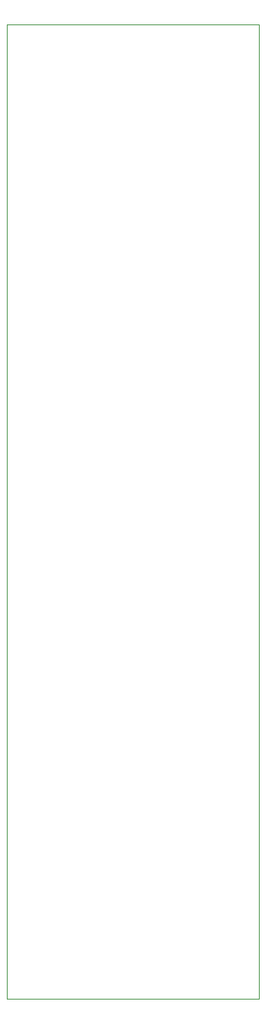
<source format=gbr>
G04 #@! TF.GenerationSoftware,KiCad,Pcbnew,(5.1.6-0-10_14)*
G04 #@! TF.CreationDate,2020-07-27T13:54:38+02:00*
G04 #@! TF.ProjectId,HelloWorld-noPanel,48656c6c-6f57-46f7-926c-642d6e6f5061,rev?*
G04 #@! TF.SameCoordinates,Original*
G04 #@! TF.FileFunction,Profile,NP*
%FSLAX46Y46*%
G04 Gerber Fmt 4.6, Leading zero omitted, Abs format (unit mm)*
G04 Created by KiCad (PCBNEW (5.1.6-0-10_14)) date 2020-07-27 13:54:38*
%MOMM*%
%LPD*%
G01*
G04 APERTURE LIST*
G04 #@! TA.AperFunction,Profile*
%ADD10C,0.100000*%
G04 #@! TD*
G04 APERTURE END LIST*
D10*
X98000000Y-128000000D02*
X98000000Y-20000000D01*
X70000000Y-128000000D02*
X98000000Y-128000000D01*
X70000000Y-20000000D02*
X70000000Y-128000000D01*
X70000000Y-20000000D02*
X98000000Y-20000000D01*
M02*

</source>
